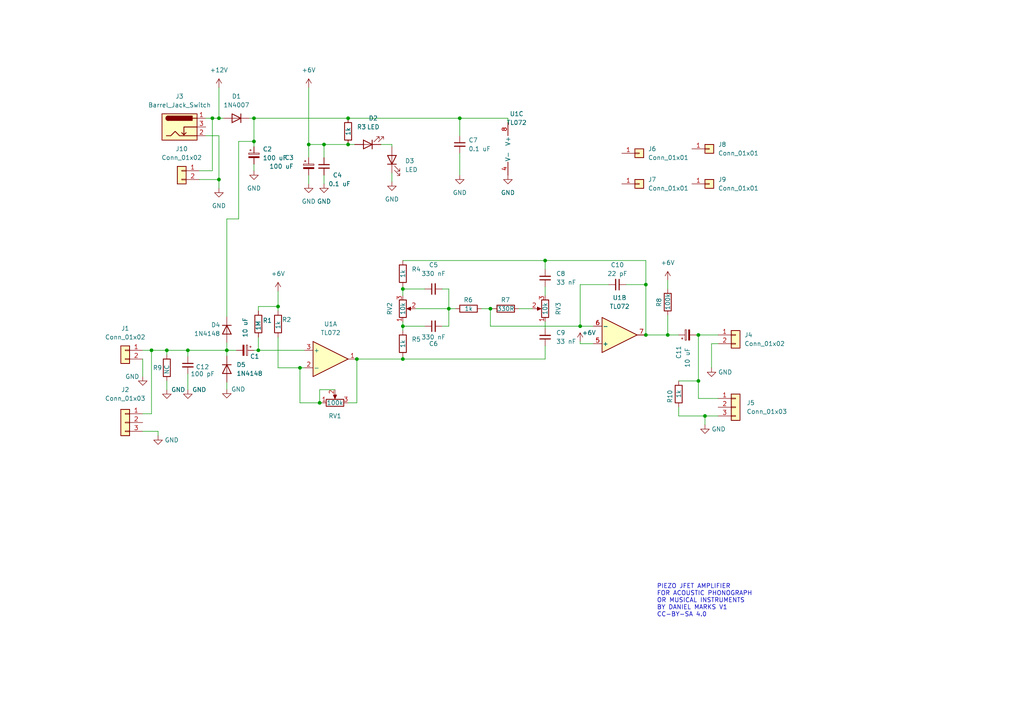
<source format=kicad_sch>
(kicad_sch (version 20211123) (generator eeschema)
  (paper "A4")
  (lib_symbols
    (symbol "Amplifier_Operational:TL072" (pin_names (offset 0.127))
      (property "Reference" "U" (at 0 5.08 0))
      (property "Value" "TL072" (at 0 -5.08 0))
      (symbol "TL072_1_1"
        (polyline (pts (xy -5.08 5.08) (xy 5.08 0) (xy -5.08 -5.08) (xy -5.08 5.08)) (stroke (width 0.254)) (fill (type background)))
        (pin output line (at 7.62 0 180) (length 2.54) (name "~") (number "1"))
        (pin input line (at -7.62 -2.54 0) (length 2.54) (name "-") (number "2"))
        (pin input line (at -7.62 2.54 0) (length 2.54) (name "+") (number "3"))
      )
      (symbol "TL072_2_1"
        (polyline (pts (xy -5.08 5.08) (xy 5.08 0) (xy -5.08 -5.08) (xy -5.08 5.08)) (stroke (width 0.254)) (fill (type background)))
        (pin input line (at -7.62 2.54 0) (length 2.54) (name "+") (number "5"))
        (pin input line (at -7.62 -2.54 0) (length 2.54) (name "-") (number "6"))
        (pin output line (at 7.62 0 180) (length 2.54) (name "~") (number "7"))
      )
      (symbol "TL072_3_1"
        (pin power_in line (at -2.54 -7.62 90) (length 3.81) (name "V-") (number "4"))
        (pin power_in line (at -2.54 7.62 270) (length 3.81) (name "V+") (number "8"))
      )
    )
    (symbol "Connector:Barrel_Jack_Switch" (pin_names hide)
      (property "Reference" "J" (at 0 5.334 0))
      (property "Value" "Barrel_Jack_Switch" (at 0 -5.08 0))
      (symbol "Barrel_Jack_Switch_0_1"
        (rectangle (start -5.08 3.81) (end 5.08 -3.81) (stroke (width 0.254)) (fill (type background)))
        (arc (start -3.302 3.175) (mid -3.937 2.54) (end -3.302 1.905) (stroke (width 0.254)))
        (arc (start -3.302 3.175) (mid -3.937 2.54) (end -3.302 1.905) (stroke (width 0.254)) (fill (type outline)))
        (polyline (pts (xy 1.27 -2.286) (xy 1.905 -1.651)) (stroke (width 0.254)))
        (polyline (pts (xy 5.08 2.54) (xy 3.81 2.54)) (stroke (width 0.254)))
        (polyline (pts (xy 5.08 0) (xy 1.27 0) (xy 1.27 -2.286) (xy 0.635 -1.651)) (stroke (width 0.254)))
        (polyline (pts (xy -3.81 -2.54) (xy -2.54 -2.54) (xy -1.27 -1.27) (xy 0 -2.54) (xy 2.54 -2.54) (xy 5.08 -2.54)) (stroke (width 0.254)))
        (rectangle (start 3.683 3.175) (end -3.302 1.905) (stroke (width 0.254)) (fill (type outline)))
      )
      (symbol "Barrel_Jack_Switch_1_1"
        (pin passive line (at 7.62 2.54 180) (length 2.54) (name "~") (number "1"))
        (pin passive line (at 7.62 -2.54 180) (length 2.54) (name "~") (number "2"))
        (pin passive line (at 7.62 0 180) (length 2.54) (name "~") (number "3"))
      )
    )
    (symbol "Connector_Generic:Conn_01x01" (pin_names (offset 1.016) hide)
      (property "Reference" "J" (at 0 2.54 0))
      (property "Value" "Conn_01x01" (at 0 -2.54 0))
      (symbol "Conn_01x01_1_1"
        (rectangle (start -1.27 0.127) (end 0 -0.127) (stroke (width 0.1524)))
        (rectangle (start -1.27 1.27) (end 1.27 -1.27) (stroke (width 0.254)) (fill (type background)))
        (pin passive line (at -5.08 0 0) (length 3.81) (name "Pin_1") (number "1"))
      )
    )
    (symbol "Connector_Generic:Conn_01x02" (pin_names (offset 1.016) hide)
      (property "Reference" "J" (at 0 2.54 0))
      (property "Value" "Conn_01x02" (at 0 -5.08 0))
      (symbol "Conn_01x02_1_1"
        (rectangle (start -1.27 -2.413) (end 0 -2.667) (stroke (width 0.1524)))
        (rectangle (start -1.27 0.127) (end 0 -0.127) (stroke (width 0.1524)))
        (rectangle (start -1.27 1.27) (end 1.27 -3.81) (stroke (width 0.254)) (fill (type background)))
        (pin passive line (at -5.08 0 0) (length 3.81) (name "Pin_1") (number "1"))
        (pin passive line (at -5.08 -2.54 0) (length 3.81) (name "Pin_2") (number "2"))
      )
    )
    (symbol "Connector_Generic:Conn_01x03" (pin_names (offset 1.016) hide)
      (property "Reference" "J" (at 0 5.08 0))
      (property "Value" "Conn_01x03" (at 0 -5.08 0))
      (symbol "Conn_01x03_1_1"
        (rectangle (start -1.27 -2.413) (end 0 -2.667) (stroke (width 0.1524)))
        (rectangle (start -1.27 0.127) (end 0 -0.127) (stroke (width 0.1524)))
        (rectangle (start -1.27 2.667) (end 0 2.413) (stroke (width 0.1524)))
        (rectangle (start -1.27 3.81) (end 1.27 -3.81) (stroke (width 0.254)) (fill (type background)))
        (pin passive line (at -5.08 2.54 0) (length 3.81) (name "Pin_1") (number "1"))
        (pin passive line (at -5.08 0 0) (length 3.81) (name "Pin_2") (number "2"))
        (pin passive line (at -5.08 -2.54 0) (length 3.81) (name "Pin_3") (number "3"))
      )
    )
    (symbol "Device:C_Polarized_Small" (pin_numbers hide) (pin_names (offset 0.254) hide)
      (property "Reference" "C" (at 0.254 1.778 0))
      (property "Value" "C_Polarized_Small" (at 0.254 -2.032 0))
      (symbol "C_Polarized_Small_0_1"
        (rectangle (start -1.524 -0.3048) (end 1.524 -0.6858) (fill (type outline)))
        (rectangle (start -1.524 0.6858) (end 1.524 0.3048))
        (polyline (pts (xy -1.27 1.524) (xy -0.762 1.524)))
        (polyline (pts (xy -1.016 1.27) (xy -1.016 1.778)))
      )
      (symbol "C_Polarized_Small_1_1"
        (pin passive line (at 0 2.54 270) (length 1.8542) (name "~") (number "1"))
        (pin passive line (at 0 -2.54 90) (length 1.8542) (name "~") (number "2"))
      )
    )
    (symbol "Device:C_Small" (pin_numbers hide) (pin_names (offset 0.254) hide)
      (property "Reference" "C" (at 0.254 1.778 0))
      (property "Value" "C_Small" (at 0.254 -2.032 0))
      (symbol "C_Small_0_1"
        (polyline (pts (xy -1.524 -0.508) (xy 1.524 -0.508)) (stroke (width 0.3302)))
        (polyline (pts (xy -1.524 0.508) (xy 1.524 0.508)) (stroke (width 0.3048)))
      )
      (symbol "C_Small_1_1"
        (pin passive line (at 0 2.54 270) (length 2.032) (name "~") (number "1"))
        (pin passive line (at 0 -2.54 90) (length 2.032) (name "~") (number "2"))
      )
    )
    (symbol "Device:D" (pin_numbers hide) (pin_names (offset 1.016) hide)
      (property "Reference" "D" (at 0 2.54 0))
      (property "Value" "D" (at 0 -2.54 0))
      (symbol "D_0_1"
        (polyline (pts (xy -1.27 1.27) (xy -1.27 -1.27)) (stroke (width 0.254)))
        (polyline (pts (xy 1.27 0) (xy -1.27 0)))
        (polyline (pts (xy 1.27 1.27) (xy 1.27 -1.27) (xy -1.27 0) (xy 1.27 1.27)) (stroke (width 0.254)))
      )
      (symbol "D_1_1"
        (pin passive line (at -3.81 0 0) (length 2.54) (name "K") (number "1"))
        (pin passive line (at 3.81 0 180) (length 2.54) (name "A") (number "2"))
      )
    )
    (symbol "Device:LED" (pin_numbers hide) (pin_names (offset 1.016) hide)
      (property "Reference" "D" (at 0 2.54 0))
      (property "Value" "LED" (at 0 -2.54 0))
      (symbol "LED_0_1"
        (polyline (pts (xy -1.27 -1.27) (xy -1.27 1.27)) (stroke (width 0.254)))
        (polyline (pts (xy -1.27 0) (xy 1.27 0)))
        (polyline (pts (xy 1.27 -1.27) (xy 1.27 1.27) (xy -1.27 0) (xy 1.27 -1.27)) (stroke (width 0.254)))
        (polyline (pts (xy -3.048 -0.762) (xy -4.572 -2.286) (xy -3.81 -2.286) (xy -4.572 -2.286) (xy -4.572 -1.524)))
        (polyline (pts (xy -1.778 -0.762) (xy -3.302 -2.286) (xy -2.54 -2.286) (xy -3.302 -2.286) (xy -3.302 -1.524)))
      )
      (symbol "LED_1_1"
        (pin passive line (at -3.81 0 0) (length 2.54) (name "K") (number "1"))
        (pin passive line (at 3.81 0 180) (length 2.54) (name "A") (number "2"))
      )
    )
    (symbol "Device:R" (pin_numbers hide) (pin_names (offset 0))
      (property "Reference" "R" (at 2.032 0 90))
      (property "Value" "R" (at 0 0 90))
      (symbol "R_0_1"
        (rectangle (start -1.016 -2.54) (end 1.016 2.54) (stroke (width 0.254)))
      )
      (symbol "R_1_1"
        (pin passive line (at 0 3.81 270) (length 1.27) (name "~") (number "1"))
        (pin passive line (at 0 -3.81 90) (length 1.27) (name "~") (number "2"))
      )
    )
    (symbol "Device:R_Potentiometer" (pin_names (offset 1.016) hide)
      (property "Reference" "RV" (at -4.445 0 90))
      (property "Value" "R_Potentiometer" (at -2.54 0 90))
      (symbol "R_Potentiometer_0_1"
        (polyline (pts (xy 2.54 0) (xy 1.524 0)))
        (polyline (pts (xy 1.143 0) (xy 2.286 0.508) (xy 2.286 -0.508) (xy 1.143 0)) (fill (type outline)))
        (rectangle (start 1.016 2.54) (end -1.016 -2.54) (stroke (width 0.254)))
      )
      (symbol "R_Potentiometer_1_1"
        (pin passive line (at 0 3.81 270) (length 1.27) (name "1") (number "1"))
        (pin passive line (at 3.81 0 180) (length 1.27) (name "2") (number "2"))
        (pin passive line (at 0 -3.81 90) (length 1.27) (name "3") (number "3"))
      )
    )
    (symbol "power:+12V" (power) (pin_names (offset 0))
      (property "Value" "+12V" (at 0 3.556 0))
      (symbol "+12V_0_1"
        (polyline (pts (xy -0.762 1.27) (xy 0 2.54)))
        (polyline (pts (xy 0 0) (xy 0 2.54)))
        (polyline (pts (xy 0 2.54) (xy 0.762 1.27)))
      )
      (symbol "+12V_1_1"
        (pin power_in line (at 0 0 90) (length 0) hide (name "+12V") (number "1"))
      )
    )
    (symbol "power:+6V" (power) (pin_names (offset 0))
      (property "Value" "+6V" (at 0 3.556 0))
      (symbol "+6V_0_1"
        (polyline (pts (xy -0.762 1.27) (xy 0 2.54)))
        (polyline (pts (xy 0 0) (xy 0 2.54)))
        (polyline (pts (xy 0 2.54) (xy 0.762 1.27)))
      )
      (symbol "+6V_1_1"
        (pin power_in line (at 0 0 90) (length 0) hide (name "+6V") (number "1"))
      )
    )
    (symbol "power:GND" (power) (pin_names (offset 0))
      (property "Value" "GND" (at 0 -3.81 0))
      (symbol "GND_0_1"
        (polyline (pts (xy 0 0) (xy 0 -1.27) (xy 1.27 -1.27) (xy 0 -2.54) (xy -1.27 -1.27) (xy 0 -1.27)))
      )
      (symbol "GND_1_1"
        (pin power_in line (at 0 0 270) (length 0) hide (name "GND") (number "1"))
      )
    )
  )
  (junction (at 73.66 41.021))
  (junction (at 48.387 101.6))
  (junction (at 80.645 88.9))
  (junction (at 142.24 89.535))
  (junction (at 168.275 94.615))
  (junction (at 100.965 34.29))
  (junction (at 63.5 34.29))
  (junction (at 61.595 34.29))
  (junction (at 100.965 41.91))
  (junction (at 103.505 104.14))
  (junction (at 65.786 101.6))
  (junction (at 116.84 83.82))
  (junction (at 116.84 104.14))
  (junction (at 63.5 52.07))
  (junction (at 158.115 75.565))
  (junction (at 202.565 97.155))
  (junction (at 202.565 110.49))
  (junction (at 187.325 97.155))
  (junction (at 187.325 82.55))
  (junction (at 193.675 97.155))
  (junction (at 89.535 41.91))
  (junction (at 116.84 94.615))
  (junction (at 204.47 120.65))
  (junction (at 86.995 106.68))
  (junction (at 133.35 34.29))
  (junction (at 73.66 34.29))
  (junction (at 54.483 101.6))
  (junction (at 74.93 101.6))
  (junction (at 93.98 41.91))
  (junction (at 92.71 116.84))
  (junction (at 130.175 89.535))
  (junction (at 43.942 101.6))
  (wire (pts (xy 202.565 115.57) (xy 202.565 110.49)))
  (wire (pts (xy 150.495 89.535) (xy 154.305 89.535)))
  (wire (pts (xy 130.175 83.82) (xy 128.27 83.82)))
  (wire (pts (xy 54.483 101.6) (xy 65.786 101.6)))
  (wire (pts (xy 204.47 123.19) (xy 204.47 120.65)))
  (wire (pts (xy 72.39 34.29) (xy 73.66 34.29)))
  (wire (pts (xy 116.84 94.615) (xy 116.84 95.885)))
  (wire (pts (xy 74.93 101.6) (xy 88.265 101.6)))
  (wire (pts (xy 204.47 120.65) (xy 208.28 120.65)))
  (wire (pts (xy 69.215 63.5) (xy 69.215 41.021)))
  (wire (pts (xy 93.98 41.91) (xy 93.98 45.72)))
  (wire (pts (xy 187.325 82.55) (xy 187.325 75.565)))
  (wire (pts (xy 86.995 106.68) (xy 88.265 106.68)))
  (wire (pts (xy 65.786 101.6) (xy 65.786 103.251)))
  (wire (pts (xy 86.995 116.84) (xy 92.71 116.84)))
  (wire (pts (xy 116.84 83.185) (xy 116.84 83.82)))
  (wire (pts (xy 74.93 88.9) (xy 80.645 88.9)))
  (wire (pts (xy 54.483 108.458) (xy 54.483 113.03)))
  (wire (pts (xy 63.5 34.29) (xy 64.77 34.29)))
  (wire (pts (xy 204.47 120.65) (xy 196.85 120.65)))
  (wire (pts (xy 116.84 104.14) (xy 158.115 104.14)))
  (wire (pts (xy 92.71 113.03) (xy 97.155 113.03)))
  (wire (pts (xy 202.565 110.49) (xy 202.565 97.155)))
  (wire (pts (xy 63.5 34.29) (xy 61.595 34.29)))
  (wire (pts (xy 196.85 110.49) (xy 202.565 110.49)))
  (wire (pts (xy 48.387 101.6) (xy 48.387 102.87)))
  (wire (pts (xy 63.5 25.4) (xy 63.5 34.29)))
  (wire (pts (xy 65.786 63.5) (xy 69.215 63.5)))
  (wire (pts (xy 168.275 99.695) (xy 168.275 99.06)))
  (wire (pts (xy 73.66 34.29) (xy 73.66 41.021)))
  (wire (pts (xy 57.785 52.07) (xy 63.5 52.07)))
  (wire (pts (xy 181.61 82.55) (xy 187.325 82.55)))
  (wire (pts (xy 63.5 39.37) (xy 63.5 52.07)))
  (wire (pts (xy 187.325 75.565) (xy 158.115 75.565)))
  (wire (pts (xy 69.215 41.021) (xy 73.66 41.021)))
  (wire (pts (xy 206.375 106.68) (xy 206.375 99.695)))
  (wire (pts (xy 130.175 94.615) (xy 128.27 94.615)))
  (wire (pts (xy 92.71 116.84) (xy 92.71 113.03)))
  (wire (pts (xy 113.665 41.91) (xy 110.49 41.91)))
  (wire (pts (xy 193.675 97.155) (xy 187.325 97.155)))
  (wire (pts (xy 103.505 116.84) (xy 100.965 116.84)))
  (wire (pts (xy 201.93 97.155) (xy 202.565 97.155)))
  (wire (pts (xy 93.98 41.91) (xy 100.965 41.91)))
  (wire (pts (xy 120.65 89.535) (xy 130.175 89.535)))
  (wire (pts (xy 43.942 101.6) (xy 48.387 101.6)))
  (wire (pts (xy 147.32 35.56) (xy 147.32 34.29)))
  (wire (pts (xy 168.275 94.615) (xy 168.275 82.55)))
  (wire (pts (xy 196.85 120.65) (xy 196.85 118.11)))
  (wire (pts (xy 54.483 101.6) (xy 48.387 101.6)))
  (wire (pts (xy 92.71 116.84) (xy 93.345 116.84)))
  (wire (pts (xy 116.84 103.505) (xy 116.84 104.14)))
  (wire (pts (xy 187.325 97.155) (xy 187.325 82.55)))
  (wire (pts (xy 63.5 52.07) (xy 63.5 54.61)))
  (wire (pts (xy 80.645 106.68) (xy 86.995 106.68)))
  (wire (pts (xy 116.84 83.82) (xy 123.19 83.82)))
  (wire (pts (xy 73.66 101.6) (xy 74.93 101.6)))
  (wire (pts (xy 202.565 97.155) (xy 208.28 97.155)))
  (wire (pts (xy 130.175 89.535) (xy 130.175 83.82)))
  (wire (pts (xy 43.942 120.015) (xy 43.942 101.6)))
  (wire (pts (xy 142.24 89.535) (xy 142.875 89.535)))
  (wire (pts (xy 48.387 110.49) (xy 48.387 113.03)))
  (wire (pts (xy 65.786 91.821) (xy 65.786 63.5)))
  (wire (pts (xy 158.115 93.345) (xy 158.115 95.25)))
  (wire (pts (xy 206.375 99.695) (xy 208.28 99.695)))
  (wire (pts (xy 116.84 93.345) (xy 116.84 94.615)))
  (wire (pts (xy 54.483 101.6) (xy 54.483 103.378)))
  (wire (pts (xy 158.115 83.185) (xy 158.115 85.725)))
  (wire (pts (xy 100.965 34.29) (xy 133.35 34.29)))
  (wire (pts (xy 100.965 41.91) (xy 102.87 41.91)))
  (wire (pts (xy 45.847 125.095) (xy 41.402 125.095)))
  (wire (pts (xy 65.786 99.441) (xy 65.786 101.6)))
  (wire (pts (xy 193.675 81.28) (xy 193.675 83.82)))
  (wire (pts (xy 74.93 88.9) (xy 74.93 90.17)))
  (wire (pts (xy 73.66 34.29) (xy 100.965 34.29)))
  (wire (pts (xy 93.98 50.8) (xy 93.98 53.34)))
  (wire (pts (xy 61.595 49.53) (xy 57.785 49.53)))
  (wire (pts (xy 61.595 34.29) (xy 61.595 49.53)))
  (wire (pts (xy 89.535 41.91) (xy 93.98 41.91)))
  (wire (pts (xy 133.35 39.37) (xy 133.35 34.29)))
  (wire (pts (xy 41.402 104.14) (xy 41.402 109.22)))
  (wire (pts (xy 73.66 47.625) (xy 73.66 49.53)))
  (wire (pts (xy 142.24 94.615) (xy 168.275 94.615)))
  (wire (pts (xy 65.786 110.871) (xy 65.786 112.903)))
  (wire (pts (xy 89.535 45.72) (xy 89.535 41.91)))
  (wire (pts (xy 172.085 99.695) (xy 168.275 99.695)))
  (wire (pts (xy 65.786 101.6) (xy 68.58 101.6)))
  (wire (pts (xy 168.275 82.55) (xy 176.53 82.55)))
  (wire (pts (xy 158.115 100.33) (xy 158.115 104.14)))
  (wire (pts (xy 61.595 34.29) (xy 59.69 34.29)))
  (wire (pts (xy 116.84 94.615) (xy 123.19 94.615)))
  (wire (pts (xy 41.402 120.015) (xy 43.942 120.015)))
  (wire (pts (xy 89.535 25.4) (xy 89.535 41.91)))
  (wire (pts (xy 147.32 34.29) (xy 133.35 34.29)))
  (wire (pts (xy 41.402 101.6) (xy 43.942 101.6)))
  (wire (pts (xy 86.995 106.68) (xy 86.995 116.84)))
  (wire (pts (xy 158.115 75.565) (xy 158.115 78.105)))
  (wire (pts (xy 103.505 104.14) (xy 103.505 116.84)))
  (wire (pts (xy 89.535 50.8) (xy 89.535 53.34)))
  (wire (pts (xy 130.175 89.535) (xy 130.175 94.615)))
  (wire (pts (xy 193.675 97.155) (xy 196.85 97.155)))
  (wire (pts (xy 45.847 125.095) (xy 45.847 126.365)))
  (wire (pts (xy 63.5 39.37) (xy 59.69 39.37)))
  (wire (pts (xy 80.645 97.79) (xy 80.645 106.68)))
  (wire (pts (xy 80.645 84.455) (xy 80.645 88.9)))
  (wire (pts (xy 133.35 44.45) (xy 133.35 50.8)))
  (wire (pts (xy 142.24 89.535) (xy 142.24 94.615)))
  (wire (pts (xy 116.84 83.82) (xy 116.84 85.725)))
  (wire (pts (xy 116.84 104.14) (xy 103.505 104.14)))
  (wire (pts (xy 73.66 41.021) (xy 73.66 42.545)))
  (wire (pts (xy 113.665 50.165) (xy 113.665 52.705)))
  (wire (pts (xy 74.93 97.79) (xy 74.93 101.6)))
  (wire (pts (xy 139.7 89.535) (xy 142.24 89.535)))
  (wire (pts (xy 116.84 75.565) (xy 158.115 75.565)))
  (wire (pts (xy 130.175 89.535) (xy 132.08 89.535)))
  (wire (pts (xy 208.28 115.57) (xy 202.565 115.57)))
  (wire (pts (xy 168.275 94.615) (xy 172.085 94.615)))
  (wire (pts (xy 113.665 42.545) (xy 113.665 41.91)))
  (wire (pts (xy 193.675 91.44) (xy 193.675 97.155)))
  (wire (pts (xy 80.645 88.9) (xy 80.645 90.17)))
  (text "PIEZO JFET AMPLIFIER\nFOR ACOUSTIC PHONOGRAPH\nOR MUSICAL INSTRUMENTS\nBY DANIEL MARKS V1\nCC-BY-SA 4.0" (at 190.5 179.07 0) (effects (font (size 1.27 1.27)) (justify left bottom)))
  (symbol (lib_id "Device:C_Small") (at 54.483 105.918 0) (unit 1)
    (property "Reference" "C12" (at 56.769 106.426 0) (effects (justify left)))
    (property "Value" "100 pF" (at 55.245 108.458 0) (effects (justify left)))
    (property "Footprint" "Capacitor_THT:C_Disc_D5.0mm_W2.5mm_P5.00mm" (effects hide))
  )
  (symbol (lib_id "power:GND") (at 113.665 52.705 0) (unit 1)
    (property "Reference" "#PWR0108" (effects hide))
    (property "Value" "GND" (at 113.665 57.785 0))
  )
  (symbol (lib_id "power:GND") (at 41.402 109.22 0) (mirror y) (unit 1)
    (property "Reference" "#PWR0113" (effects hide))
    (property "Value" "GND" (at 36.322 109.22 0) (effects (justify right)))
  )
  (symbol (lib_id "Device:R") (at 193.675 87.63 180) (unit 1)
    (property "Reference" "R8" (at 191.135 86.36 90) (effects (justify left)))
    (property "Value" "100k" (at 193.675 85.09 90) (effects (justify left)))
    (property "Footprint" "Resistor_THT:R_Axial_DIN0207_L6.3mm_D2.5mm_P7.62mm_Horizontal" (effects hide))
  )
  (symbol (lib_id "Device:C_Polarized_Small") (at 73.66 45.085 0) (unit 1)
    (property "Reference" "C2" (at 76.2 43.2688 0) (effects (justify left)))
    (property "Value" "100 uF" (at 76.2 45.8088 0) (effects (justify left)))
    (property "Footprint" "Capacitor_THT:CP_Radial_D5.0mm_P2.50mm" (effects hide))
  )
  (symbol (lib_id "Device:C_Polarized_Small") (at 71.12 101.6 270) (unit 1)
    (property "Reference" "C1" (at 72.517 103.378 90) (effects (justify left)))
    (property "Value" "10 uF" (at 71.12 92.075 0) (effects (justify left)))
    (property "Footprint" "Capacitor_THT:CP_Radial_D5.0mm_P2.50mm" (effects hide))
  )
  (symbol (lib_id "Device:C_Small") (at 133.35 41.91 0) (unit 1)
    (property "Reference" "C7" (at 135.89 40.6462 0) (effects (justify left)))
    (property "Value" "0.1 uF" (at 135.89 43.1862 0) (effects (justify left)))
    (property "Footprint" "Capacitor_THT:C_Disc_D5.0mm_W2.5mm_P5.00mm" (effects hide))
  )
  (symbol (lib_id "power:GND") (at 206.375 106.68 0) (mirror y) (unit 1)
    (property "Reference" "#PWR0116" (effects hide))
    (property "Value" "GND" (at 208.28 107.9499 0) (effects (justify right)))
  )
  (symbol (lib_id "power:GND") (at 48.387 113.03 0) (mirror y) (unit 1)
    (property "Reference" "#PWR0118" (effects hide))
    (property "Value" "GND" (at 49.657 113.03 0) (effects (justify right)))
  )
  (symbol (lib_id "Device:LED") (at 106.68 41.91 180) (unit 1)
    (property "Reference" "D2" (at 108.2675 34.29 0))
    (property "Value" "LED" (at 108.2675 36.83 0))
    (property "Footprint" "LED_THT:LED_D3.0mm" (effects hide))
  )
  (symbol (lib_id "Device:C_Small") (at 158.115 97.79 180) (unit 1)
    (property "Reference" "C9" (at 161.29 96.5135 0) (effects (justify right)))
    (property "Value" "33 nF" (at 161.29 99.0535 0) (effects (justify right)))
    (property "Footprint" "Capacitor_THT:C_Disc_D5.0mm_W2.5mm_P5.00mm" (effects hide))
  )
  (symbol (lib_id "Connector:Barrel_Jack_Switch") (at 52.07 36.83 0) (unit 1)
    (property "Reference" "J3" (at 52.07 27.94 0))
    (property "Value" "Barrel_Jack_Switch" (at 52.07 30.48 0))
    (property "Footprint" "Connector_BarrelJack:BarrelJack_Horizontal" (effects hide))
  )
  (symbol (lib_id "power:+6V") (at 89.535 25.4 0) (unit 1)
    (property "Reference" "#PWR0104" (effects hide))
    (property "Value" "+6V" (at 89.535 20.32 0))
  )
  (symbol (lib_id "Amplifier_Operational:TL072") (at 95.885 104.14 0) (unit 1)
    (property "Reference" "U1" (at 95.885 93.98 0))
    (property "Value" "TL072" (at 95.885 96.52 0))
    (property "Footprint" "Package_DIP:DIP-8_W7.62mm_Socket" (effects hide))
    (property "Datasheet" "http://www.ti.com/lit/ds/symlink/tl071.pdf" (effects hide))
  )
  (symbol (lib_id "Connector_Generic:Conn_01x01") (at 205.74 43.18 0) (unit 1)
    (property "Reference" "J8" (at 208.28 41.9099 0) (effects (justify left)))
    (property "Value" "Conn_01x01" (at 208.28 44.4499 0) (effects (justify left)))
    (property "Footprint" "Connector_Pin:Pin_D1.0mm_L10.0mm_LooseFit" (effects hide))
  )
  (symbol (lib_id "power:GND") (at 73.66 49.53 0) (unit 1)
    (property "Reference" "#PWR0103" (effects hide))
    (property "Value" "GND" (at 73.66 54.61 0))
  )
  (symbol (lib_id "power:GND") (at 204.47 123.19 0) (mirror y) (unit 1)
    (property "Reference" "#PWR0117" (effects hide))
    (property "Value" "GND" (at 206.375 124.4599 0) (effects (justify right)))
  )
  (symbol (lib_id "Device:R") (at 116.84 99.695 0) (unit 1)
    (property "Reference" "R5" (at 119.38 98.4249 0) (effects (justify left)))
    (property "Value" "1k" (at 116.84 100.965 90) (effects (justify left)))
    (property "Footprint" "Resistor_THT:R_Axial_DIN0207_L6.3mm_D2.5mm_P7.62mm_Horizontal" (effects hide))
  )
  (symbol (lib_id "Device:C_Polarized_Small") (at 199.39 97.155 90) (unit 1)
    (property "Reference" "C11" (at 196.85 104.14 0) (effects (justify left)))
    (property "Value" "10 uF" (at 199.39 106.68 0) (effects (justify left)))
    (property "Footprint" "Capacitor_THT:CP_Radial_D5.0mm_P2.50mm" (effects hide))
  )
  (symbol (lib_id "power:GND") (at 133.35 50.8 0) (unit 1)
    (property "Reference" "#PWR0110" (effects hide))
    (property "Value" "GND" (at 133.35 55.88 0))
  )
  (symbol (lib_id "power:GND") (at 89.535 53.34 0) (unit 1)
    (property "Reference" "#PWR0105" (effects hide))
    (property "Value" "GND" (at 89.535 58.42 0))
  )
  (symbol (lib_id "Device:LED") (at 113.665 46.355 90) (unit 1)
    (property "Reference" "D3" (at 117.475 46.6724 90) (effects (justify right)))
    (property "Value" "LED" (at 117.475 49.2124 90) (effects (justify right)))
    (property "Footprint" "LED_THT:LED_D3.0mm" (effects hide))
  )
  (symbol (lib_id "Device:C_Small") (at 93.98 48.26 0) (unit 1)
    (property "Reference" "C4" (at 96.52 50.8 0) (effects (justify left)))
    (property "Value" "0.1 uF" (at 95.25 53.34 0) (effects (justify left)))
    (property "Footprint" "Capacitor_THT:C_Disc_D5.0mm_W2.5mm_P5.00mm" (effects hide))
  )
  (symbol (lib_id "Device:D") (at 65.786 107.061 270) (unit 1)
    (property "Reference" "D5" (at 68.58 105.7909 90) (effects (justify left)))
    (property "Value" "1N4148" (at 68.58 108.3309 90) (effects (justify left)))
    (property "Footprint" "Diode_THT:D_DO-41_SOD81_P7.62mm_Horizontal" (effects hide))
  )
  (symbol (lib_id "Device:R") (at 74.93 93.98 0) (unit 1)
    (property "Reference" "R1" (at 76.2 92.964 0) (effects (justify left)))
    (property "Value" "1M" (at 74.93 95.885 90) (effects (justify left)))
    (property "Footprint" "Resistor_THT:R_Axial_DIN0207_L6.3mm_D2.5mm_P7.62mm_Horizontal" (effects hide))
  )
  (symbol (lib_id "Amplifier_Operational:TL072") (at 179.705 97.155 0) (mirror x) (unit 2)
    (property "Reference" "U1" (at 179.705 86.36 0))
    (property "Value" "TL072" (at 179.705 88.9 0))
    (property "Footprint" "Package_DIP:DIP-8_W7.62mm_Socket" (effects hide))
    (property "Datasheet" "http://www.ti.com/lit/ds/symlink/tl071.pdf" (effects hide))
  )
  (symbol (lib_id "Device:R") (at 196.85 114.3 180) (unit 1)
    (property "Reference" "R10" (at 194.31 113.03 90) (effects (justify left)))
    (property "Value" "1k" (at 196.85 113.03 90) (effects (justify left)))
    (property "Footprint" "Resistor_THT:R_Axial_DIN0207_L6.3mm_D2.5mm_P7.62mm_Horizontal" (effects hide))
  )
  (symbol (lib_id "Device:R") (at 116.84 79.375 0) (unit 1)
    (property "Reference" "R4" (at 119.38 78.1049 0) (effects (justify left)))
    (property "Value" "1k" (at 116.84 80.645 90) (effects (justify left)))
    (property "Footprint" "Resistor_THT:R_Axial_DIN0207_L6.3mm_D2.5mm_P7.62mm_Horizontal" (effects hide))
  )
  (symbol (lib_id "Device:R") (at 48.387 106.68 0) (unit 1)
    (property "Reference" "R9" (at 44.323 106.68 0) (effects (justify left)))
    (property "Value" "NC" (at 48.387 108.585 90) (effects (justify left)))
    (property "Footprint" "Resistor_THT:R_Axial_DIN0207_L6.3mm_D2.5mm_P7.62mm_Horizontal" (effects hide))
  )
  (symbol (lib_id "power:GND") (at 45.847 126.365 0) (mirror y) (unit 1)
    (property "Reference" "#PWR0112" (effects hide))
    (property "Value" "GND" (at 47.752 127.6349 0) (effects (justify right)))
  )
  (symbol (lib_id "Device:D") (at 68.58 34.29 180) (unit 1)
    (property "Reference" "D1" (at 68.58 27.94 0))
    (property "Value" "1N4007" (at 68.58 30.48 0))
    (property "Footprint" "Diode_THT:D_DO-41_SOD81_P7.62mm_Horizontal" (effects hide))
  )
  (symbol (lib_id "Device:C_Polarized_Small") (at 89.535 48.26 0) (unit 1)
    (property "Reference" "C3" (at 82.55 45.72 0) (effects (justify left)))
    (property "Value" "100 uF" (at 78.105 48.26 0) (effects (justify left)))
    (property "Footprint" "Capacitor_THT:CP_Radial_D5.0mm_P2.50mm" (effects hide))
  )
  (symbol (lib_id "power:GND") (at 93.98 53.34 0) (unit 1)
    (property "Reference" "#PWR0106" (effects hide))
    (property "Value" "GND" (at 93.98 58.42 0))
  )
  (symbol (lib_id "Device:D") (at 65.786 95.631 270) (unit 1)
    (property "Reference" "D4" (at 61.214 94.234 90) (effects (justify left)))
    (property "Value" "1N4148" (at 56.261 96.774 90) (effects (justify left)))
    (property "Footprint" "Diode_THT:D_DO-41_SOD81_P7.62mm_Horizontal" (effects hide))
  )
  (symbol (lib_id "Connector_Generic:Conn_01x03") (at 213.36 118.11 0) (unit 1)
    (property "Reference" "J5" (at 216.535 116.8399 0) (effects (justify left)))
    (property "Value" "Conn_01x03" (at 216.535 119.3799 0) (effects (justify left)))
    (property "Footprint" "PhonoJFET:PJ-3240-35mm-stereo" (effects hide))
  )
  (symbol (lib_id "power:GND") (at 65.786 112.903 0) (mirror y) (unit 1)
    (property "Reference" "#PWR0119" (effects hide))
    (property "Value" "GND" (at 67.056 112.903 0) (effects (justify right)))
  )
  (symbol (lib_id "Device:C_Small") (at 125.73 83.82 90) (unit 1)
    (property "Reference" "C5" (at 125.7363 76.835 90))
    (property "Value" "330 nF" (at 125.7363 79.375 90))
    (property "Footprint" "Capacitor_THT:C_Disc_D5.0mm_W2.5mm_P5.00mm" (effects hide))
  )
  (symbol (lib_id "Device:C_Small") (at 125.73 94.615 90) (unit 1)
    (property "Reference" "C6" (at 125.73 99.695 90))
    (property "Value" "330 nF" (at 125.73 97.79 90))
    (property "Footprint" "Capacitor_THT:C_Disc_D5.0mm_W2.5mm_P5.00mm" (effects hide))
  )
  (symbol (lib_id "Connector_Generic:Conn_01x02") (at 52.705 49.53 0) (mirror y) (unit 1)
    (property "Reference" "J10" (at 52.705 43.18 0))
    (property "Value" "Conn_01x02" (at 52.705 45.72 0))
    (property "Footprint" "TerminalBlock:TerminalBlock_bornier-2_P5.08mm" (effects hide))
  )
  (symbol (lib_id "power:GND") (at 147.32 50.8 0) (unit 1)
    (property "Reference" "#PWR0109" (effects hide))
    (property "Value" "GND" (at 147.32 55.88 0))
  )
  (symbol (lib_id "power:+6V") (at 168.275 99.06 0) (unit 1)
    (property "Reference" "#PWR0114" (effects hide))
    (property "Value" "+6V" (at 170.815 96.52 0))
  )
  (symbol (lib_id "Connector_Generic:Conn_01x02") (at 213.36 97.155 0) (unit 1)
    (property "Reference" "J4" (at 215.9 97.1549 0) (effects (justify left)))
    (property "Value" "Conn_01x02" (at 215.9 99.6949 0) (effects (justify left)))
    (property "Footprint" "TerminalBlock:TerminalBlock_bornier-2_P5.08mm" (effects hide))
  )
  (symbol (lib_id "Connector_Generic:Conn_01x01") (at 185.42 53.34 0) (unit 1)
    (property "Reference" "J7" (at 187.96 52.0699 0) (effects (justify left)))
    (property "Value" "Conn_01x01" (at 187.96 54.6099 0) (effects (justify left)))
    (property "Footprint" "Connector_Pin:Pin_D1.0mm_L10.0mm_LooseFit" (effects hide))
  )
  (symbol (lib_id "Amplifier_Operational:TL072") (at 149.86 43.18 0) (unit 3)
    (property "Reference" "U1" (at 149.86 33.02 0))
    (property "Value" "TL072" (at 149.86 35.56 0))
    (property "Footprint" "Package_DIP:DIP-8_W7.62mm_Socket" (effects hide))
    (property "Datasheet" "http://www.ti.com/lit/ds/symlink/tl071.pdf" (effects hide))
  )
  (symbol (lib_id "Device:R") (at 146.685 89.535 90) (unit 1)
    (property "Reference" "R7" (at 147.955 86.995 90) (effects (justify left)))
    (property "Value" "330R" (at 149.225 89.535 90) (effects (justify left)))
    (property "Footprint" "Resistor_THT:R_Axial_DIN0207_L6.3mm_D2.5mm_P7.62mm_Horizontal" (effects hide))
  )
  (symbol (lib_id "Connector_Generic:Conn_01x01") (at 205.74 53.34 0) (unit 1)
    (property "Reference" "J9" (at 208.28 52.0699 0) (effects (justify left)))
    (property "Value" "Conn_01x01" (at 208.28 54.6099 0) (effects (justify left)))
    (property "Footprint" "Connector_Pin:Pin_D1.0mm_L10.0mm_LooseFit" (effects hide))
  )
  (symbol (lib_id "Device:R_Potentiometer") (at 116.84 89.535 0) (mirror x) (unit 1)
    (property "Reference" "RV2" (at 113.03 89.535 90))
    (property "Value" "10k" (at 116.84 89.535 90))
    (property "Footprint" "PhonoJFET:Dual_Potentiometer_WirePads" (effects hide))
  )
  (symbol (lib_id "Device:C_Small") (at 179.07 82.55 270) (unit 1)
    (property "Reference" "C10" (at 179.07 76.835 90))
    (property "Value" "22 pF" (at 179.07 79.375 90))
    (property "Footprint" "Capacitor_THT:C_Disc_D5.0mm_W2.5mm_P5.00mm" (effects hide))
  )
  (symbol (lib_id "Device:R_Potentiometer") (at 158.115 89.535 180) (unit 1)
    (property "Reference" "RV3" (at 161.925 89.535 90))
    (property "Value" "10k" (at 158.115 89.535 90))
    (property "Footprint" "PhonoJFET:Dual_Potentiometer_WirePads" (effects hide))
  )
  (symbol (lib_id "Connector_Generic:Conn_01x02") (at 36.322 101.6 0) (mirror y) (unit 1)
    (property "Reference" "J1" (at 36.322 95.25 0))
    (property "Value" "Conn_01x02" (at 36.322 97.79 0))
    (property "Footprint" "TerminalBlock:TerminalBlock_bornier-2_P5.08mm" (effects hide))
  )
  (symbol (lib_id "Device:C_Small") (at 158.115 80.645 180) (unit 1)
    (property "Reference" "C8" (at 161.29 79.3685 0) (effects (justify right)))
    (property "Value" "33 nF" (at 161.29 81.9085 0) (effects (justify right)))
    (property "Footprint" "Capacitor_THT:C_Disc_D5.0mm_W2.5mm_P5.00mm" (effects hide))
  )
  (symbol (lib_id "power:+6V") (at 193.675 81.28 0) (unit 1)
    (property "Reference" "#PWR0115" (effects hide))
    (property "Value" "+6V" (at 193.675 76.2 0))
  )
  (symbol (lib_id "Connector_Generic:Conn_01x03") (at 36.322 122.555 0) (mirror y) (unit 1)
    (property "Reference" "J2" (at 36.322 113.03 0))
    (property "Value" "Conn_01x03" (at 36.322 115.57 0))
    (property "Footprint" "PhonoJFET:PJ-3240-35mm-stereo" (effects hide))
  )
  (symbol (lib_id "power:GND") (at 54.483 113.03 0) (mirror y) (unit 1)
    (property "Reference" "#PWR0107" (effects hide))
    (property "Value" "GND" (at 55.753 113.03 0) (effects (justify right)))
  )
  (symbol (lib_id "Device:R") (at 100.965 38.1 0) (unit 1)
    (property "Reference" "R3" (at 103.505 36.8299 0) (effects (justify left)))
    (property "Value" "1k" (at 100.965 39.37 90) (effects (justify left)))
    (property "Footprint" "Resistor_THT:R_Axial_DIN0207_L6.3mm_D2.5mm_P7.62mm_Horizontal" (effects hide))
  )
  (symbol (lib_id "Device:R_Potentiometer") (at 97.155 116.84 90) (unit 1)
    (property "Reference" "RV1" (at 97.155 120.65 90))
    (property "Value" "100k" (at 97.155 116.84 90))
    (property "Footprint" "PhonoJFET:Dual_Potentiometer_WirePads" (effects hide))
  )
  (symbol (lib_id "Device:R") (at 135.89 89.535 90) (unit 1)
    (property "Reference" "R6" (at 137.16 86.995 90) (effects (justify left)))
    (property "Value" "1k" (at 137.16 89.535 90) (effects (justify left)))
    (property "Footprint" "Resistor_THT:R_Axial_DIN0207_L6.3mm_D2.5mm_P7.62mm_Horizontal" (effects hide))
  )
  (symbol (lib_id "Device:R") (at 80.645 93.98 0) (unit 1)
    (property "Reference" "R2" (at 81.788 92.71 0) (effects (justify left)))
    (property "Value" "1k" (at 80.645 95.504 90) (effects (justify left)))
    (property "Footprint" "Resistor_THT:R_Axial_DIN0207_L6.3mm_D2.5mm_P7.62mm_Horizontal" (effects hide))
  )
  (symbol (lib_id "power:+6V") (at 80.645 84.455 0) (unit 1)
    (property "Reference" "#PWR0111" (effects hide))
    (property "Value" "+6V" (at 80.645 79.375 0))
  )
  (symbol (lib_id "power:GND") (at 63.5 54.61 0) (unit 1)
    (property "Reference" "#PWR0102" (effects hide))
    (property "Value" "GND" (at 63.5 59.69 0))
  )
  (symbol (lib_id "power:+12V") (at 63.5 25.4 0) (unit 1)
    (property "Reference" "#PWR0101" (effects hide))
    (property "Value" "+12V" (at 63.5 20.32 0))
  )
  (symbol (lib_id "Connector_Generic:Conn_01x01") (at 185.42 44.45 0) (unit 1)
    (property "Reference" "J6" (at 187.96 43.1799 0) (effects (justify left)))
    (property "Value" "Conn_01x01" (at 187.96 45.7199 0) (effects (justify left)))
    (property "Footprint" "Connector_Pin:Pin_D1.0mm_L10.0mm_LooseFit" (effects hide))
  )
)
</source>
